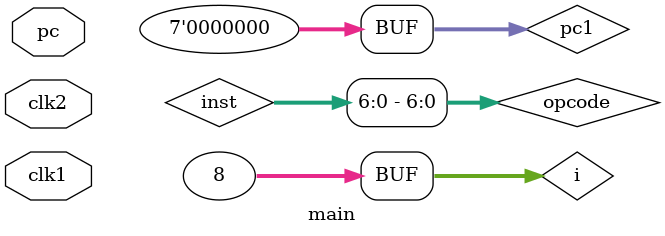
<source format=v>

module main(pc,clk1,clk2);

  input[6:0] pc;
  input clk1,clk2;

  wire [31:0] inst; //This is for getting instruction from ins set
  
  reg [4:0] decode_rs1,decode_rs2,decode_rd;
  reg [6:0] opcode,fun7;
  reg[2:0] fun3;
  reg[11:0] lw_offset;  
  
 reg [6:0]pcreg;
integer add_rs_c,mul_rs_c,load_rs_c; //These are needed in issue stage
reg [2:0] head,tail;
reg flagd;

 
 
 
/***************************************************************/

/************************ memory.v******************************/

	reg [31:0] arf[0:31]; // 32 regs length 32
  reg [31:0] memory[0:255]; //Memory
  reg [2:0] rrf[0:31]; // contains tag of rob
	reg tag[0:31];// says if we have data in the arf or tag in the rrf
// 1 ante tag undi ani
  reg status_rob_place[0:7];
  reg status_rob_value[0:7]; // for every rob place-occupied,value available
  
  
// below three as per pdf.  
  reg [31:0] Robdata[0:7];  //32 beacuse we need to wirte data. 
  reg [4:0] Robdest[0:7];
  reg [6:0] Robopcode[0:7];
  reg [4:0] Robpc[0:7];

/********************************************************************/

//integer flag= status_rob_place[0]+status_rob_place[1]+status_rob_place[2]+status_rob_place[3]+status_rob_place[4]+status_rob_place[5]+status_rob_place[6]+status_rob_place[7];
integer i;
integer k;
integer ff;


reg [4:0] dis_rs1,dis_rs2,dis_rd;
reg [6:0] dis_opcode,dis_fun7;
reg[2:0] dis_fun3;
reg[11:0] dis_lw_offset; 
reg[2:0] dis_rob_ind; // int rob_ind  


/*******************************************************Rs***********************************************************/
reg [31:0]RSadd1[0:2];//first operand 
reg [31:0]RSadd2[0:2];//second operand
reg RSaddbusy[0:2];// busy bit for availability
reg RSaddexe[0:2]; // busy bit for execution
reg [6:0]RSaddfun7[0:2];
reg [2:0]RSaddfun3[0:2];
reg [4:0]RSaddtag1[0:2];  //Tag of Operand A
reg [4:0]RSaddtag2[0:2];
reg RSaddready1[0:2];
reg RSaddready2[0:2];
reg [2:0]RSadddest[0:2];
integer rsat;


reg [31:0]RSmul1[0:2];//first operand 
reg [31:0]RSmul2[0:2];//second operand
reg RSmulbusy[0:2];// busy bit for availability
reg RSmulexe[0:2]; // busy bit for execution
reg [6:0]RSmulfun7[0:2];
reg [2:0]RSmulfun3[0:2];
reg [4:0]RSmultag1[0:2];  //Tag of Operand A
reg [4:0]RSmultag2[0:2];
reg RSmulready1[0:2];
reg RSmulready2[0:2];
reg [2:0]RSmuldest[0:2];
integer rsmt;


reg [31:0]RSload1[0:2];//first operand 
//reg [31:0]RSload2[0:2];//second operand
reg RSloadbusy[0:2];// busy bit
//reg [6:0]RSloadfun7[0:2];
reg [2:0]RSloadfun3[0:2];
reg [4:0]RSloadtag1[0:2];  //Tag of Operand A
reg RSloadready1[0:2];
reg [11:0]RSloadoff[0:2];
reg [2:0]RSloaddest[0:2];
reg RSloadexe[0:2]; // busy bit for execution
//integer rsmt;


reg exeadd[0:2];
reg [31:0]exeadd1[0:2];
reg [31:0]exeadd2[0:2];
reg [6:0]exeaddfun7[0:2];
reg [2:0]exeadddest[0:2];
reg [31:0]adde1out;
reg [31:0]adde2out;
reg [31:0]adde3out;

reg exemul[0:2];
reg [31:0]exemul1[0:2];
reg [31:0]exemul2[0:2];
reg [2:0]exemulfun3[0:2];
reg [2:0]exemuldest[0:2];
reg [31:0]mule1out;
reg [31:0]mule2out;
reg [31:0]mule3out;


reg exeload;
reg [31:0]exeload1;
reg [11:0]exeloadoff;
reg [2:0]exeloadfun3;
reg [2:0]exeloaddest;
reg [31:0]loade1out;


/*initial begin
 for(k= 0;k < 8;k++)
 begin
      ff=ff+tomas.status_rob_place[k];
end
end
*/
integer cot;
reg rbc;
integer r1;
task WB;
//@(negedge clk2)
begin
	if (status_rob_value[rbc]==1 && rbc<8)
	
	begin
	arf[Robdest[rbc]]=Robdata[rbc];
	tag[Robdest[rbc]]=0;
	status_rob_place[rbc]=0;
	rbc=rbc+1;
	end

end



endtask










always@(inst)
begin
cot=0;
for(i= 0;i < 8;i++)
	begin
      		cot=cot+status_rob_place[i];
	end
end

//$display("%d",cot);
reg [6:0]pc1;
initial begin
pc1=0;
pcreg=pc1;
end 

always @(posedge clk2)

begin

	if (cot<8)
      pcreg = pcreg+1;
    else 
    	pcreg=pcreg;
end
fetch k1(pcreg,clk1,inst);
//pc=5'b00000;
always @(inst)
  begin
  $display("\nIn fetch stage:");
  //$display("%b",in)
  fun7 = inst[31:25];
  decode_rs1 = inst[19:15];
  decode_rs2 = inst[24:20];
  fun3=inst[14:12];
  decode_rd = inst[11:7];
  opcode=inst[6:0];
  lw_offset=inst[31:20];
  $display("%b",inst);
  $display("\n Decoded Values:");
  $display("values of pc = %b,values of func7 =%b,values of func3 = %b,values of rs1 = %b,values of rs2 = %b,values of rd = %b,value of opcode= %b, value of lw offset=%b\n\n",pc,fun7,fun3,decode_rs1,decode_rs2,decode_rd,opcode,lw_offset);
end
dispatch d1 (opcode,fun7,fun3,decode_rs1,decode_rs2,decode_rd,lw_offset,clk1, clk2);
always@(negedge clk2)
	WB;

endmodule

</source>
